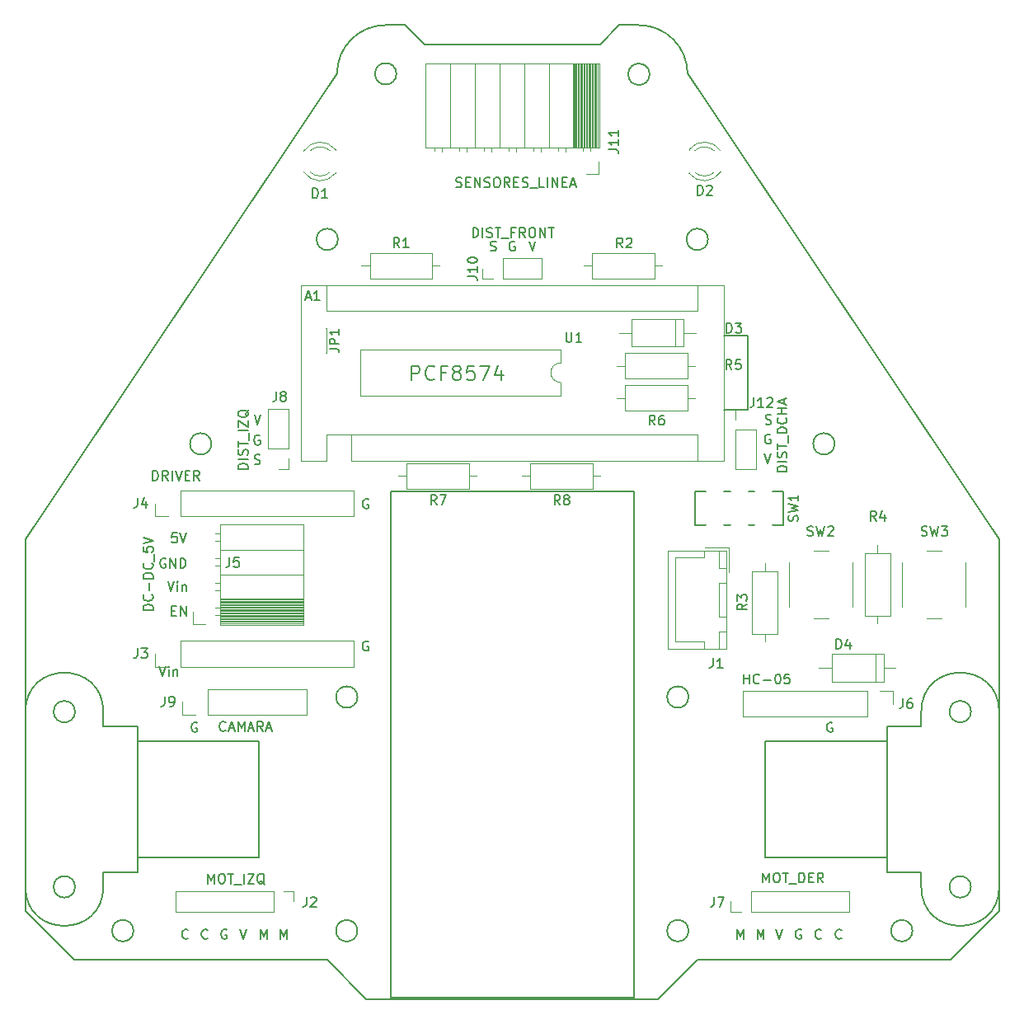
<source format=gto>
G04 #@! TF.FileFunction,Legend,Top*
%FSLAX46Y46*%
G04 Gerber Fmt 4.6, Leading zero omitted, Abs format (unit mm)*
G04 Created by KiCad (PCBNEW 4.0.7) date 01/20/18 23:10:14*
%MOMM*%
%LPD*%
G01*
G04 APERTURE LIST*
%ADD10C,0.100000*%
%ADD11C,0.200000*%
%ADD12C,0.150000*%
%ADD13C,0.120000*%
%ADD14R,2.000000X2.000000*%
%ADD15O,2.000000X2.000000*%
%ADD16R,2.100000X2.100000*%
%ADD17O,2.100000X2.100000*%
%ADD18R,2.200000X2.200000*%
%ADD19C,2.200000*%
%ADD20O,2.200000X2.200000*%
%ADD21R,2.150000X2.150000*%
%ADD22C,2.150000*%
%ADD23R,1.670000X1.370000*%
%ADD24C,2.000000*%
%ADD25C,1.800000*%
%ADD26R,2.000000X2.800000*%
%ADD27O,2.000000X2.800000*%
%ADD28C,2.400000*%
%ADD29R,1.750000X1.750000*%
%ADD30O,1.750000X1.750000*%
G04 APERTURE END LIST*
D10*
D11*
X39657144Y63521429D02*
X39657144Y65021429D01*
X40228572Y65021429D01*
X40371430Y64950000D01*
X40442858Y64878571D01*
X40514287Y64735714D01*
X40514287Y64521429D01*
X40442858Y64378571D01*
X40371430Y64307143D01*
X40228572Y64235714D01*
X39657144Y64235714D01*
X42014287Y63664286D02*
X41942858Y63592857D01*
X41728572Y63521429D01*
X41585715Y63521429D01*
X41371430Y63592857D01*
X41228572Y63735714D01*
X41157144Y63878571D01*
X41085715Y64164286D01*
X41085715Y64378571D01*
X41157144Y64664286D01*
X41228572Y64807143D01*
X41371430Y64950000D01*
X41585715Y65021429D01*
X41728572Y65021429D01*
X41942858Y64950000D01*
X42014287Y64878571D01*
X43157144Y64307143D02*
X42657144Y64307143D01*
X42657144Y63521429D02*
X42657144Y65021429D01*
X43371430Y65021429D01*
X44157144Y64378571D02*
X44014286Y64450000D01*
X43942858Y64521429D01*
X43871429Y64664286D01*
X43871429Y64735714D01*
X43942858Y64878571D01*
X44014286Y64950000D01*
X44157144Y65021429D01*
X44442858Y65021429D01*
X44585715Y64950000D01*
X44657144Y64878571D01*
X44728572Y64735714D01*
X44728572Y64664286D01*
X44657144Y64521429D01*
X44585715Y64450000D01*
X44442858Y64378571D01*
X44157144Y64378571D01*
X44014286Y64307143D01*
X43942858Y64235714D01*
X43871429Y64092857D01*
X43871429Y63807143D01*
X43942858Y63664286D01*
X44014286Y63592857D01*
X44157144Y63521429D01*
X44442858Y63521429D01*
X44585715Y63592857D01*
X44657144Y63664286D01*
X44728572Y63807143D01*
X44728572Y64092857D01*
X44657144Y64235714D01*
X44585715Y64307143D01*
X44442858Y64378571D01*
X46085715Y65021429D02*
X45371429Y65021429D01*
X45300000Y64307143D01*
X45371429Y64378571D01*
X45514286Y64450000D01*
X45871429Y64450000D01*
X46014286Y64378571D01*
X46085715Y64307143D01*
X46157143Y64164286D01*
X46157143Y63807143D01*
X46085715Y63664286D01*
X46014286Y63592857D01*
X45871429Y63521429D01*
X45514286Y63521429D01*
X45371429Y63592857D01*
X45300000Y63664286D01*
X46657143Y65021429D02*
X47657143Y65021429D01*
X47014286Y63521429D01*
X48871428Y64521429D02*
X48871428Y63521429D01*
X48514285Y65092857D02*
X48157142Y64021429D01*
X49085714Y64021429D01*
D12*
X61000000Y100000000D02*
X63000000Y100000000D01*
X37000000Y100000000D02*
X39000000Y100000000D01*
X59000000Y98000000D02*
X61000000Y100000000D01*
X41000000Y98000000D02*
X59000000Y98000000D01*
X39000000Y100000000D02*
X41000000Y98000000D01*
X100000000Y47200000D02*
X68000000Y95000000D01*
X68000000Y95000000D02*
G75*
G03X63000000Y100000000I-5000000J0D01*
G01*
X32000000Y95000000D02*
X0Y47200000D01*
X37000000Y100000000D02*
G75*
G03X32000000Y95000000I0J-5000000D01*
G01*
X83100000Y57000000D02*
G75*
G03X83100000Y57000000I-1100000J0D01*
G01*
X19100000Y57000000D02*
G75*
G03X19100000Y57000000I-1100000J0D01*
G01*
X70100000Y78000000D02*
G75*
G03X70100000Y78000000I-1100000J0D01*
G01*
X32100000Y78000000D02*
G75*
G03X32100000Y78000000I-1100000J0D01*
G01*
X74150000Y60500000D02*
X71750000Y60500000D01*
X74150000Y68100000D02*
X74150000Y60500000D01*
X71750000Y68100000D02*
X74150000Y68100000D01*
D11*
X13069048Y53247619D02*
X13069048Y54247619D01*
X13307143Y54247619D01*
X13450001Y54200000D01*
X13545239Y54104762D01*
X13592858Y54009524D01*
X13640477Y53819048D01*
X13640477Y53676190D01*
X13592858Y53485714D01*
X13545239Y53390476D01*
X13450001Y53295238D01*
X13307143Y53247619D01*
X13069048Y53247619D01*
X14640477Y53247619D02*
X14307143Y53723810D01*
X14069048Y53247619D02*
X14069048Y54247619D01*
X14450001Y54247619D01*
X14545239Y54200000D01*
X14592858Y54152381D01*
X14640477Y54057143D01*
X14640477Y53914286D01*
X14592858Y53819048D01*
X14545239Y53771429D01*
X14450001Y53723810D01*
X14069048Y53723810D01*
X15069048Y53247619D02*
X15069048Y54247619D01*
X15402381Y54247619D02*
X15735714Y53247619D01*
X16069048Y54247619D01*
X16402381Y53771429D02*
X16735715Y53771429D01*
X16878572Y53247619D02*
X16402381Y53247619D01*
X16402381Y54247619D01*
X16878572Y54247619D01*
X17878572Y53247619D02*
X17545238Y53723810D01*
X17307143Y53247619D02*
X17307143Y54247619D01*
X17688096Y54247619D01*
X17783334Y54200000D01*
X17830953Y54152381D01*
X17878572Y54057143D01*
X17878572Y53914286D01*
X17830953Y53819048D01*
X17783334Y53771429D01*
X17688096Y53723810D01*
X17307143Y53723810D01*
X47764286Y76845238D02*
X47907143Y76797619D01*
X48145239Y76797619D01*
X48240477Y76845238D01*
X48288096Y76892857D01*
X48335715Y76988095D01*
X48335715Y77083333D01*
X48288096Y77178571D01*
X48240477Y77226190D01*
X48145239Y77273810D01*
X47954762Y77321429D01*
X47859524Y77369048D01*
X47811905Y77416667D01*
X47764286Y77511905D01*
X47764286Y77607143D01*
X47811905Y77702381D01*
X47859524Y77750000D01*
X47954762Y77797619D01*
X48192858Y77797619D01*
X48335715Y77750000D01*
X50261905Y77750000D02*
X50166667Y77797619D01*
X50023810Y77797619D01*
X49880952Y77750000D01*
X49785714Y77654762D01*
X49738095Y77559524D01*
X49690476Y77369048D01*
X49690476Y77226190D01*
X49738095Y77035714D01*
X49785714Y76940476D01*
X49880952Y76845238D01*
X50023810Y76797619D01*
X50119048Y76797619D01*
X50261905Y76845238D01*
X50309524Y76892857D01*
X50309524Y77226190D01*
X50119048Y77226190D01*
X51716667Y77797619D02*
X52050000Y76797619D01*
X52383334Y77797619D01*
X75916667Y55997619D02*
X76250000Y54997619D01*
X76583334Y55997619D01*
X76511905Y57950000D02*
X76416667Y57997619D01*
X76273810Y57997619D01*
X76130952Y57950000D01*
X76035714Y57854762D01*
X75988095Y57759524D01*
X75940476Y57569048D01*
X75940476Y57426190D01*
X75988095Y57235714D01*
X76035714Y57140476D01*
X76130952Y57045238D01*
X76273810Y56997619D01*
X76369048Y56997619D01*
X76511905Y57045238D01*
X76559524Y57092857D01*
X76559524Y57426190D01*
X76369048Y57426190D01*
X76014286Y59045238D02*
X76157143Y58997619D01*
X76395239Y58997619D01*
X76490477Y59045238D01*
X76538096Y59092857D01*
X76585715Y59188095D01*
X76585715Y59283333D01*
X76538096Y59378571D01*
X76490477Y59426190D01*
X76395239Y59473810D01*
X76204762Y59521429D01*
X76109524Y59569048D01*
X76061905Y59616667D01*
X76014286Y59711905D01*
X76014286Y59807143D01*
X76061905Y59902381D01*
X76109524Y59950000D01*
X76204762Y59997619D01*
X76442858Y59997619D01*
X76585715Y59950000D01*
X23514286Y54945238D02*
X23657143Y54897619D01*
X23895239Y54897619D01*
X23990477Y54945238D01*
X24038096Y54992857D01*
X24085715Y55088095D01*
X24085715Y55183333D01*
X24038096Y55278571D01*
X23990477Y55326190D01*
X23895239Y55373810D01*
X23704762Y55421429D01*
X23609524Y55469048D01*
X23561905Y55516667D01*
X23514286Y55611905D01*
X23514286Y55707143D01*
X23561905Y55802381D01*
X23609524Y55850000D01*
X23704762Y55897619D01*
X23942858Y55897619D01*
X24085715Y55850000D01*
X23516667Y59997619D02*
X23850000Y58997619D01*
X24183334Y59997619D01*
X24061905Y57850000D02*
X23966667Y57897619D01*
X23823810Y57897619D01*
X23680952Y57850000D01*
X23585714Y57754762D01*
X23538095Y57659524D01*
X23490476Y57469048D01*
X23490476Y57326190D01*
X23538095Y57135714D01*
X23585714Y57040476D01*
X23680952Y56945238D01*
X23823810Y56897619D01*
X23919048Y56897619D01*
X24061905Y56945238D01*
X24109524Y56992857D01*
X24109524Y57326190D01*
X23919048Y57326190D01*
X82861905Y28350000D02*
X82766667Y28397619D01*
X82623810Y28397619D01*
X82480952Y28350000D01*
X82385714Y28254762D01*
X82338095Y28159524D01*
X82290476Y27969048D01*
X82290476Y27826190D01*
X82338095Y27635714D01*
X82385714Y27540476D01*
X82480952Y27445238D01*
X82623810Y27397619D01*
X82719048Y27397619D01*
X82861905Y27445238D01*
X82909524Y27492857D01*
X82909524Y27826190D01*
X82719048Y27826190D01*
X17611905Y28350000D02*
X17516667Y28397619D01*
X17373810Y28397619D01*
X17230952Y28350000D01*
X17135714Y28254762D01*
X17088095Y28159524D01*
X17040476Y27969048D01*
X17040476Y27826190D01*
X17088095Y27635714D01*
X17135714Y27540476D01*
X17230952Y27445238D01*
X17373810Y27397619D01*
X17469048Y27397619D01*
X17611905Y27445238D01*
X17659524Y27492857D01*
X17659524Y27826190D01*
X17469048Y27826190D01*
X13726191Y34147619D02*
X14059524Y33147619D01*
X14392858Y34147619D01*
X14726191Y33147619D02*
X14726191Y33814286D01*
X14726191Y34147619D02*
X14678572Y34100000D01*
X14726191Y34052381D01*
X14773810Y34100000D01*
X14726191Y34147619D01*
X14726191Y34052381D01*
X15202381Y33814286D02*
X15202381Y33147619D01*
X15202381Y33719048D02*
X15250000Y33766667D01*
X15345238Y33814286D01*
X15488096Y33814286D01*
X15583334Y33766667D01*
X15630953Y33671429D01*
X15630953Y33147619D01*
X35211905Y36700000D02*
X35116667Y36747619D01*
X34973810Y36747619D01*
X34830952Y36700000D01*
X34735714Y36604762D01*
X34688095Y36509524D01*
X34640476Y36319048D01*
X34640476Y36176190D01*
X34688095Y35985714D01*
X34735714Y35890476D01*
X34830952Y35795238D01*
X34973810Y35747619D01*
X35069048Y35747619D01*
X35211905Y35795238D01*
X35259524Y35842857D01*
X35259524Y36176190D01*
X35069048Y36176190D01*
X35211905Y51300000D02*
X35116667Y51347619D01*
X34973810Y51347619D01*
X34830952Y51300000D01*
X34735714Y51204762D01*
X34688095Y51109524D01*
X34640476Y50919048D01*
X34640476Y50776190D01*
X34688095Y50585714D01*
X34735714Y50490476D01*
X34830952Y50395238D01*
X34973810Y50347619D01*
X35069048Y50347619D01*
X35211905Y50395238D01*
X35259524Y50442857D01*
X35259524Y50776190D01*
X35069048Y50776190D01*
X15011905Y39871429D02*
X15345239Y39871429D01*
X15488096Y39347619D02*
X15011905Y39347619D01*
X15011905Y40347619D01*
X15488096Y40347619D01*
X15916667Y39347619D02*
X15916667Y40347619D01*
X16488096Y39347619D01*
X16488096Y40347619D01*
X14626191Y42847619D02*
X14959524Y41847619D01*
X15292858Y42847619D01*
X15626191Y41847619D02*
X15626191Y42514286D01*
X15626191Y42847619D02*
X15578572Y42800000D01*
X15626191Y42752381D01*
X15673810Y42800000D01*
X15626191Y42847619D01*
X15626191Y42752381D01*
X16102381Y42514286D02*
X16102381Y41847619D01*
X16102381Y42419048D02*
X16150000Y42466667D01*
X16245238Y42514286D01*
X16388096Y42514286D01*
X16483334Y42466667D01*
X16530953Y42371429D01*
X16530953Y41847619D01*
X15559524Y47847619D02*
X15083333Y47847619D01*
X15035714Y47371429D01*
X15083333Y47419048D01*
X15178571Y47466667D01*
X15416667Y47466667D01*
X15511905Y47419048D01*
X15559524Y47371429D01*
X15607143Y47276190D01*
X15607143Y47038095D01*
X15559524Y46942857D01*
X15511905Y46895238D01*
X15416667Y46847619D01*
X15178571Y46847619D01*
X15083333Y46895238D01*
X15035714Y46942857D01*
X15892857Y47847619D02*
X16226190Y46847619D01*
X16559524Y47847619D01*
X14388096Y45200000D02*
X14292858Y45247619D01*
X14150001Y45247619D01*
X14007143Y45200000D01*
X13911905Y45104762D01*
X13864286Y45009524D01*
X13816667Y44819048D01*
X13816667Y44676190D01*
X13864286Y44485714D01*
X13911905Y44390476D01*
X14007143Y44295238D01*
X14150001Y44247619D01*
X14245239Y44247619D01*
X14388096Y44295238D01*
X14435715Y44342857D01*
X14435715Y44676190D01*
X14245239Y44676190D01*
X14864286Y44247619D02*
X14864286Y45247619D01*
X15435715Y44247619D01*
X15435715Y45247619D01*
X15911905Y44247619D02*
X15911905Y45247619D01*
X16150000Y45247619D01*
X16292858Y45200000D01*
X16388096Y45104762D01*
X16435715Y45009524D01*
X16483334Y44819048D01*
X16483334Y44676190D01*
X16435715Y44485714D01*
X16388096Y44390476D01*
X16292858Y44295238D01*
X16150000Y44247619D01*
X15911905Y44247619D01*
X79661905Y7100000D02*
X79566667Y7147619D01*
X79423810Y7147619D01*
X79280952Y7100000D01*
X79185714Y7004762D01*
X79138095Y6909524D01*
X79090476Y6719048D01*
X79090476Y6576190D01*
X79138095Y6385714D01*
X79185714Y6290476D01*
X79280952Y6195238D01*
X79423810Y6147619D01*
X79519048Y6147619D01*
X79661905Y6195238D01*
X79709524Y6242857D01*
X79709524Y6576190D01*
X79519048Y6576190D01*
X81709524Y6242857D02*
X81661905Y6195238D01*
X81519048Y6147619D01*
X81423810Y6147619D01*
X81280952Y6195238D01*
X81185714Y6290476D01*
X81138095Y6385714D01*
X81090476Y6576190D01*
X81090476Y6719048D01*
X81138095Y6909524D01*
X81185714Y7004762D01*
X81280952Y7100000D01*
X81423810Y7147619D01*
X81519048Y7147619D01*
X81661905Y7100000D01*
X81709524Y7052381D01*
X83809524Y6242857D02*
X83761905Y6195238D01*
X83619048Y6147619D01*
X83523810Y6147619D01*
X83380952Y6195238D01*
X83285714Y6290476D01*
X83238095Y6385714D01*
X83190476Y6576190D01*
X83190476Y6719048D01*
X83238095Y6909524D01*
X83285714Y7004762D01*
X83380952Y7100000D01*
X83523810Y7147619D01*
X83619048Y7147619D01*
X83761905Y7100000D01*
X83809524Y7052381D01*
X77066667Y7147619D02*
X77400000Y6147619D01*
X77733334Y7147619D01*
X75166667Y6147619D02*
X75166667Y7147619D01*
X75500001Y6433333D01*
X75833334Y7147619D01*
X75833334Y6147619D01*
X73066667Y6147619D02*
X73066667Y7147619D01*
X73400001Y6433333D01*
X73733334Y7147619D01*
X73733334Y6147619D01*
X18709524Y6242857D02*
X18661905Y6195238D01*
X18519048Y6147619D01*
X18423810Y6147619D01*
X18280952Y6195238D01*
X18185714Y6290476D01*
X18138095Y6385714D01*
X18090476Y6576190D01*
X18090476Y6719048D01*
X18138095Y6909524D01*
X18185714Y7004762D01*
X18280952Y7100000D01*
X18423810Y7147619D01*
X18519048Y7147619D01*
X18661905Y7100000D01*
X18709524Y7052381D01*
X20661905Y7100000D02*
X20566667Y7147619D01*
X20423810Y7147619D01*
X20280952Y7100000D01*
X20185714Y7004762D01*
X20138095Y6909524D01*
X20090476Y6719048D01*
X20090476Y6576190D01*
X20138095Y6385714D01*
X20185714Y6290476D01*
X20280952Y6195238D01*
X20423810Y6147619D01*
X20519048Y6147619D01*
X20661905Y6195238D01*
X20709524Y6242857D01*
X20709524Y6576190D01*
X20519048Y6576190D01*
X16709524Y6242857D02*
X16661905Y6195238D01*
X16519048Y6147619D01*
X16423810Y6147619D01*
X16280952Y6195238D01*
X16185714Y6290476D01*
X16138095Y6385714D01*
X16090476Y6576190D01*
X16090476Y6719048D01*
X16138095Y6909524D01*
X16185714Y7004762D01*
X16280952Y7100000D01*
X16423810Y7147619D01*
X16519048Y7147619D01*
X16661905Y7100000D01*
X16709524Y7052381D01*
X22066667Y7147619D02*
X22400000Y6147619D01*
X22733334Y7147619D01*
X26166667Y6147619D02*
X26166667Y7147619D01*
X26500001Y6433333D01*
X26833334Y7147619D01*
X26833334Y6147619D01*
X24166667Y6147619D02*
X24166667Y7147619D01*
X24500001Y6433333D01*
X24833334Y7147619D01*
X24833334Y6147619D01*
D12*
X64100000Y94950000D02*
G75*
G03X64100000Y94950000I-1100000J0D01*
G01*
X38100000Y95000000D02*
G75*
G03X38100000Y95000000I-1100000J0D01*
G01*
X34100000Y31000000D02*
G75*
G03X34100000Y31000000I-1100000J0D01*
G01*
X68100000Y31000000D02*
G75*
G03X68100000Y31000000I-1100000J0D01*
G01*
X68100000Y7000000D02*
G75*
G03X68100000Y7000000I-1100000J0D01*
G01*
X34100000Y7000000D02*
G75*
G03X34100000Y7000000I-1100000J0D01*
G01*
X91100000Y7000000D02*
G75*
G03X91100000Y7000000I-1100000J0D01*
G01*
X11100000Y7000000D02*
G75*
G03X11100000Y7000000I-1100000J0D01*
G01*
X95000000Y4000000D02*
X100000000Y9000000D01*
X69000000Y4000000D02*
X95000000Y4000000D01*
X65000000Y0D02*
X69000000Y4000000D01*
X35000000Y0D02*
X65000000Y0D01*
X5000000Y4000000D02*
X0Y9000000D01*
X31000000Y4000000D02*
X5000000Y4000000D01*
X35000000Y0D02*
X31000000Y4000000D01*
D11*
X37500000Y52100000D02*
X37500000Y100000D01*
X62500000Y52100000D02*
X37500000Y52100000D01*
X62500000Y100000D02*
X62500000Y52100000D01*
X37500000Y100000D02*
X62500000Y100000D01*
X76000000Y14500000D02*
X88500000Y14500000D01*
X76000000Y26500000D02*
X76000000Y14500000D01*
X88500000Y26500000D02*
X76000000Y26500000D01*
X24000000Y14500000D02*
X11500000Y14500000D01*
X24000000Y26500000D02*
X24000000Y14500000D01*
X11500000Y26500000D02*
X24000000Y26500000D01*
X92000000Y28000000D02*
X92000000Y29500000D01*
X88500000Y28000000D02*
X92000000Y28000000D01*
X88500000Y13000000D02*
X88500000Y28000000D01*
X92000000Y13000000D02*
X88500000Y13000000D01*
X92000000Y11500000D02*
X92000000Y13000000D01*
X92000000Y11500000D02*
G75*
G03X100000000Y11500000I4000000J0D01*
G01*
X100000000Y29500000D02*
G75*
G03X92000000Y29500000I-4000000J0D01*
G01*
X8000000Y28000000D02*
X8000000Y29500000D01*
X11500000Y28000000D02*
X8000000Y28000000D01*
X11500000Y13000000D02*
X11500000Y28000000D01*
X8000000Y13000000D02*
X11500000Y13000000D01*
X8000000Y11500000D02*
X8000000Y13000000D01*
X0Y11500000D02*
G75*
G03X8000000Y11500000I4000000J0D01*
G01*
X8000000Y29500000D02*
G75*
G03X0Y29500000I-4000000J0D01*
G01*
D12*
X97100000Y29500000D02*
G75*
G03X97100000Y29500000I-1100000J0D01*
G01*
X97100000Y11500000D02*
G75*
G03X97100000Y11500000I-1100000J0D01*
G01*
X5100000Y11500000D02*
G75*
G03X5100000Y11500000I-1100000J0D01*
G01*
X5100000Y29500000D02*
G75*
G03X5100000Y29500000I-1100000J0D01*
G01*
X0Y47200000D02*
X0Y9000000D01*
X100000000Y9000000D02*
X100000000Y47200000D01*
D13*
X33490000Y57930000D02*
X30950000Y57930000D01*
X30950000Y57930000D02*
X30950000Y55260000D01*
X33490000Y55260000D02*
X71720000Y55260000D01*
X28280000Y55260000D02*
X30950000Y55260000D01*
X30950000Y70630000D02*
X30950000Y73300000D01*
X30950000Y70630000D02*
X69050000Y70630000D01*
X69050000Y70630000D02*
X69050000Y73300000D01*
X33490000Y57930000D02*
X33490000Y55260000D01*
X33490000Y57930000D02*
X69050000Y57930000D01*
X69050000Y57930000D02*
X69050000Y55260000D01*
X71720000Y55260000D02*
X71720000Y73300000D01*
X71720000Y73300000D02*
X28280000Y73300000D01*
X28280000Y73300000D02*
X28280000Y55260000D01*
X15905931Y34100000D02*
X33745931Y34100000D01*
X33745931Y34100000D02*
X33745931Y36760000D01*
X33745931Y36760000D02*
X15905931Y36760000D01*
X15905931Y36760000D02*
X15905931Y34100000D01*
X14635931Y34100000D02*
X13305931Y34100000D01*
X13305931Y34100000D02*
X13305931Y35430000D01*
X28597665Y84921392D02*
G75*
G03X31830000Y84764484I1672335J1078608D01*
G01*
X28597665Y87078608D02*
G75*
G02X31830000Y87235516I1672335J-1078608D01*
G01*
X29228870Y84920163D02*
G75*
G03X31310961Y84920000I1041130J1079837D01*
G01*
X29228870Y87079837D02*
G75*
G02X31310961Y87080000I1041130J-1079837D01*
G01*
X31830000Y84764000D02*
X31830000Y84920000D01*
X31830000Y87080000D02*
X31830000Y87236000D01*
X71402335Y87078608D02*
G75*
G03X68170000Y87235516I-1672335J-1078608D01*
G01*
X71402335Y84921392D02*
G75*
G02X68170000Y84764484I-1672335J1078608D01*
G01*
X70771130Y87079837D02*
G75*
G03X68689039Y87080000I-1041130J-1079837D01*
G01*
X70771130Y84920163D02*
G75*
G02X68689039Y84920000I-1041130J1079837D01*
G01*
X68170000Y87236000D02*
X68170000Y87080000D01*
X68170000Y84920000D02*
X68170000Y84764000D01*
X67580000Y66990000D02*
X67580000Y69810000D01*
X67580000Y69810000D02*
X62260000Y69810000D01*
X62260000Y69810000D02*
X62260000Y66990000D01*
X62260000Y66990000D02*
X67580000Y66990000D01*
X68920000Y68400000D02*
X67580000Y68400000D01*
X60920000Y68400000D02*
X62260000Y68400000D01*
X66740000Y66990000D02*
X66740000Y69810000D01*
X71950000Y46050000D02*
X66000000Y46050000D01*
X66000000Y46050000D02*
X66000000Y35950000D01*
X66000000Y35950000D02*
X71950000Y35950000D01*
X71950000Y35950000D02*
X71950000Y46050000D01*
X71950000Y42750000D02*
X71200000Y42750000D01*
X71200000Y42750000D02*
X71200000Y39250000D01*
X71200000Y39250000D02*
X71950000Y39250000D01*
X71950000Y39250000D02*
X71950000Y42750000D01*
X71950000Y46050000D02*
X71200000Y46050000D01*
X71200000Y46050000D02*
X71200000Y44250000D01*
X71200000Y44250000D02*
X71950000Y44250000D01*
X71950000Y44250000D02*
X71950000Y46050000D01*
X71950000Y37750000D02*
X71200000Y37750000D01*
X71200000Y37750000D02*
X71200000Y35950000D01*
X71200000Y35950000D02*
X71950000Y35950000D01*
X71950000Y35950000D02*
X71950000Y37750000D01*
X69700000Y46050000D02*
X69700000Y45300000D01*
X69700000Y45300000D02*
X66750000Y45300000D01*
X66750000Y45300000D02*
X66750000Y41000000D01*
X69700000Y35950000D02*
X69700000Y36700000D01*
X69700000Y36700000D02*
X66750000Y36700000D01*
X66750000Y36700000D02*
X66750000Y41000000D01*
X72250000Y43850000D02*
X72250000Y46350000D01*
X72250000Y46350000D02*
X69750000Y46350000D01*
X29110000Y68870000D02*
X29110000Y66330000D01*
X30890000Y66330000D02*
X30890000Y68870000D01*
X30890000Y66330000D02*
X29110000Y66330000D01*
X29110000Y68870000D02*
X30890000Y68870000D01*
X35370000Y76610000D02*
X35370000Y73990000D01*
X35370000Y73990000D02*
X41790000Y73990000D01*
X41790000Y73990000D02*
X41790000Y76610000D01*
X41790000Y76610000D02*
X35370000Y76610000D01*
X34480000Y75300000D02*
X35370000Y75300000D01*
X42680000Y75300000D02*
X41790000Y75300000D01*
X64630000Y73990000D02*
X64630000Y76610000D01*
X64630000Y76610000D02*
X58210000Y76610000D01*
X58210000Y76610000D02*
X58210000Y73990000D01*
X58210000Y73990000D02*
X64630000Y73990000D01*
X65520000Y75300000D02*
X64630000Y75300000D01*
X57320000Y75300000D02*
X58210000Y75300000D01*
X74640000Y37510000D02*
X77260000Y37510000D01*
X77260000Y37510000D02*
X77260000Y43930000D01*
X77260000Y43930000D02*
X74640000Y43930000D01*
X74640000Y43930000D02*
X74640000Y37510000D01*
X75950000Y36620000D02*
X75950000Y37510000D01*
X75950000Y44820000D02*
X75950000Y43930000D01*
X86190000Y39370000D02*
X88810000Y39370000D01*
X88810000Y39370000D02*
X88810000Y45790000D01*
X88810000Y45790000D02*
X86190000Y45790000D01*
X86190000Y45790000D02*
X86190000Y39370000D01*
X87500000Y38480000D02*
X87500000Y39370000D01*
X87500000Y46680000D02*
X87500000Y45790000D01*
X61610000Y66310000D02*
X61610000Y63690000D01*
X61610000Y63690000D02*
X68030000Y63690000D01*
X68030000Y63690000D02*
X68030000Y66310000D01*
X68030000Y66310000D02*
X61610000Y66310000D01*
X60720000Y65000000D02*
X61610000Y65000000D01*
X68920000Y65000000D02*
X68030000Y65000000D01*
X68030000Y60390000D02*
X68030000Y63010000D01*
X68030000Y63010000D02*
X61610000Y63010000D01*
X61610000Y63010000D02*
X61610000Y60390000D01*
X61610000Y60390000D02*
X68030000Y60390000D01*
X68920000Y61700000D02*
X68030000Y61700000D01*
X60720000Y61700000D02*
X61610000Y61700000D01*
D11*
X77800000Y48650000D02*
X68800000Y48650000D01*
X68800000Y48650000D02*
X68800000Y52150000D01*
X68800000Y52150000D02*
X77800000Y52150000D01*
X77800000Y52150000D02*
X77800000Y48650000D01*
D13*
X54970000Y65310000D02*
X54970000Y66680000D01*
X54970000Y66680000D02*
X34410000Y66680000D01*
X34410000Y66680000D02*
X34410000Y61940000D01*
X34410000Y61940000D02*
X54970000Y61940000D01*
X54970000Y61940000D02*
X54970000Y63310000D01*
X54970000Y63310000D02*
G75*
G02X54970000Y65310000I0J1000000D01*
G01*
X84950000Y40300000D02*
X84950000Y44800000D01*
X80950000Y39050000D02*
X82450000Y39050000D01*
X78450000Y44800000D02*
X78450000Y40300000D01*
X82450000Y46050000D02*
X80950000Y46050000D01*
X96550000Y40300000D02*
X96550000Y44800000D01*
X92550000Y39050000D02*
X94050000Y39050000D01*
X90050000Y44800000D02*
X90050000Y40300000D01*
X94050000Y46050000D02*
X92550000Y46050000D01*
X15905931Y49550839D02*
X33745931Y49550839D01*
X33745931Y49550839D02*
X33745931Y52210839D01*
X33745931Y52210839D02*
X15905931Y52210839D01*
X15905931Y52210839D02*
X15905931Y49550839D01*
X14635931Y49550839D02*
X13305931Y49550839D01*
X13305931Y49550839D02*
X13305931Y50880839D01*
X19960000Y38430000D02*
X19960000Y41030000D01*
X19960000Y41030000D02*
X28590000Y41030000D01*
X28590000Y41030000D02*
X28590000Y38430000D01*
X28590000Y38430000D02*
X19960000Y38430000D01*
X19530000Y39380000D02*
X19960000Y39380000D01*
X19530000Y40140000D02*
X19960000Y40140000D01*
X19960000Y38610000D02*
X28590000Y38610000D01*
X19960000Y38730000D02*
X28590000Y38730000D01*
X19960000Y38850000D02*
X28590000Y38850000D01*
X19960000Y38970000D02*
X28590000Y38970000D01*
X19960000Y39090000D02*
X28590000Y39090000D01*
X19960000Y39210000D02*
X28590000Y39210000D01*
X19960000Y39330000D02*
X28590000Y39330000D01*
X19960000Y39450000D02*
X28590000Y39450000D01*
X19960000Y39570000D02*
X28590000Y39570000D01*
X19960000Y39690000D02*
X28590000Y39690000D01*
X19960000Y39810000D02*
X28590000Y39810000D01*
X19960000Y39930000D02*
X28590000Y39930000D01*
X19960000Y40050000D02*
X28590000Y40050000D01*
X19960000Y40170000D02*
X28590000Y40170000D01*
X19960000Y40290000D02*
X28590000Y40290000D01*
X19960000Y40410000D02*
X28590000Y40410000D01*
X19960000Y40530000D02*
X28590000Y40530000D01*
X19960000Y40650000D02*
X28590000Y40650000D01*
X19960000Y40770000D02*
X28590000Y40770000D01*
X19960000Y40890000D02*
X28590000Y40890000D01*
X19960000Y41010000D02*
X28590000Y41010000D01*
X19960000Y41130000D02*
X28590000Y41130000D01*
X19960000Y41030000D02*
X19960000Y43570000D01*
X19960000Y43570000D02*
X28590000Y43570000D01*
X28590000Y43570000D02*
X28590000Y41030000D01*
X28590000Y41030000D02*
X19960000Y41030000D01*
X19530000Y41920000D02*
X19960000Y41920000D01*
X19530000Y42680000D02*
X19960000Y42680000D01*
X19960000Y43570000D02*
X19960000Y46110000D01*
X19960000Y46110000D02*
X28590000Y46110000D01*
X28590000Y46110000D02*
X28590000Y43570000D01*
X28590000Y43570000D02*
X19960000Y43570000D01*
X19530000Y44460000D02*
X19960000Y44460000D01*
X19530000Y45220000D02*
X19960000Y45220000D01*
X19960000Y46110000D02*
X19960000Y48710000D01*
X19960000Y48710000D02*
X28590000Y48710000D01*
X28590000Y48710000D02*
X28590000Y46110000D01*
X28590000Y46110000D02*
X19960000Y46110000D01*
X19530000Y47000000D02*
X19960000Y47000000D01*
X19530000Y47760000D02*
X19960000Y47760000D01*
X18500000Y38490000D02*
X17230000Y38490000D01*
X17230000Y38490000D02*
X17230000Y39760000D01*
X86470000Y31630000D02*
X73710000Y31630000D01*
X73710000Y31630000D02*
X73710000Y28970000D01*
X73710000Y28970000D02*
X86470000Y28970000D01*
X86470000Y28970000D02*
X86470000Y31630000D01*
X87740000Y31630000D02*
X89070000Y31630000D01*
X89070000Y31630000D02*
X89070000Y30300000D01*
X18690000Y29170000D02*
X28910000Y29170000D01*
X28910000Y29170000D02*
X28910000Y31830000D01*
X28910000Y31830000D02*
X18690000Y31830000D01*
X18690000Y31830000D02*
X18690000Y29170000D01*
X17420000Y29170000D02*
X16090000Y29170000D01*
X16090000Y29170000D02*
X16090000Y30500000D01*
X25500000Y11060000D02*
X15440000Y11060000D01*
X15440000Y11060000D02*
X15440000Y8940000D01*
X15440000Y8940000D02*
X25500000Y8940000D01*
X25500000Y8940000D02*
X25500000Y11060000D01*
X26500000Y11060000D02*
X27560000Y11060000D01*
X27560000Y11060000D02*
X27560000Y10000000D01*
X74500000Y8940000D02*
X84560000Y8940000D01*
X84560000Y8940000D02*
X84560000Y11060000D01*
X84560000Y11060000D02*
X74500000Y11060000D01*
X74500000Y11060000D02*
X74500000Y8940000D01*
X73500000Y8940000D02*
X72440000Y8940000D01*
X72440000Y8940000D02*
X72440000Y10000000D01*
X27060000Y56500000D02*
X27060000Y60560000D01*
X27060000Y60560000D02*
X24940000Y60560000D01*
X24940000Y60560000D02*
X24940000Y56500000D01*
X24940000Y56500000D02*
X27060000Y56500000D01*
X27060000Y55500000D02*
X27060000Y54440000D01*
X27060000Y54440000D02*
X26000000Y54440000D01*
X49000000Y73940000D02*
X53060000Y73940000D01*
X53060000Y73940000D02*
X53060000Y76060000D01*
X53060000Y76060000D02*
X49000000Y76060000D01*
X49000000Y76060000D02*
X49000000Y73940000D01*
X48000000Y73940000D02*
X46940000Y73940000D01*
X46940000Y73940000D02*
X46940000Y75000000D01*
X72940000Y58500000D02*
X72940000Y54440000D01*
X72940000Y54440000D02*
X75060000Y54440000D01*
X75060000Y54440000D02*
X75060000Y58500000D01*
X75060000Y58500000D02*
X72940000Y58500000D01*
X72940000Y59500000D02*
X72940000Y60560000D01*
X72940000Y60560000D02*
X74000000Y60560000D01*
X58950000Y87460000D02*
X56350000Y87460000D01*
X56350000Y87460000D02*
X56350000Y96090000D01*
X56350000Y96090000D02*
X58950000Y96090000D01*
X58950000Y96090000D02*
X58950000Y87460000D01*
X58000000Y87030000D02*
X58000000Y87460000D01*
X57240000Y87030000D02*
X57240000Y87460000D01*
X58770000Y87460000D02*
X58770000Y96090000D01*
X58650000Y87460000D02*
X58650000Y96090000D01*
X58530000Y87460000D02*
X58530000Y96090000D01*
X58410000Y87460000D02*
X58410000Y96090000D01*
X58290000Y87460000D02*
X58290000Y96090000D01*
X58170000Y87460000D02*
X58170000Y96090000D01*
X58050000Y87460000D02*
X58050000Y96090000D01*
X57930000Y87460000D02*
X57930000Y96090000D01*
X57810000Y87460000D02*
X57810000Y96090000D01*
X57690000Y87460000D02*
X57690000Y96090000D01*
X57570000Y87460000D02*
X57570000Y96090000D01*
X57450000Y87460000D02*
X57450000Y96090000D01*
X57330000Y87460000D02*
X57330000Y96090000D01*
X57210000Y87460000D02*
X57210000Y96090000D01*
X57090000Y87460000D02*
X57090000Y96090000D01*
X56970000Y87460000D02*
X56970000Y96090000D01*
X56850000Y87460000D02*
X56850000Y96090000D01*
X56730000Y87460000D02*
X56730000Y96090000D01*
X56610000Y87460000D02*
X56610000Y96090000D01*
X56490000Y87460000D02*
X56490000Y96090000D01*
X56370000Y87460000D02*
X56370000Y96090000D01*
X56250000Y87460000D02*
X56250000Y96090000D01*
X56350000Y87460000D02*
X53810000Y87460000D01*
X53810000Y87460000D02*
X53810000Y96090000D01*
X53810000Y96090000D02*
X56350000Y96090000D01*
X56350000Y96090000D02*
X56350000Y87460000D01*
X55460000Y87030000D02*
X55460000Y87460000D01*
X54700000Y87030000D02*
X54700000Y87460000D01*
X53810000Y87460000D02*
X51270000Y87460000D01*
X51270000Y87460000D02*
X51270000Y96090000D01*
X51270000Y96090000D02*
X53810000Y96090000D01*
X53810000Y96090000D02*
X53810000Y87460000D01*
X52920000Y87030000D02*
X52920000Y87460000D01*
X52160000Y87030000D02*
X52160000Y87460000D01*
X51270000Y87460000D02*
X48730000Y87460000D01*
X48730000Y87460000D02*
X48730000Y96090000D01*
X48730000Y96090000D02*
X51270000Y96090000D01*
X51270000Y96090000D02*
X51270000Y87460000D01*
X50380000Y87030000D02*
X50380000Y87460000D01*
X49620000Y87030000D02*
X49620000Y87460000D01*
X48730000Y87460000D02*
X46190000Y87460000D01*
X46190000Y87460000D02*
X46190000Y96090000D01*
X46190000Y96090000D02*
X48730000Y96090000D01*
X48730000Y96090000D02*
X48730000Y87460000D01*
X47840000Y87030000D02*
X47840000Y87460000D01*
X47080000Y87030000D02*
X47080000Y87460000D01*
X46190000Y87460000D02*
X43650000Y87460000D01*
X43650000Y87460000D02*
X43650000Y96090000D01*
X43650000Y96090000D02*
X46190000Y96090000D01*
X46190000Y96090000D02*
X46190000Y87460000D01*
X45300000Y87030000D02*
X45300000Y87460000D01*
X44540000Y87030000D02*
X44540000Y87460000D01*
X43650000Y87460000D02*
X41050000Y87460000D01*
X41050000Y87460000D02*
X41050000Y96090000D01*
X41050000Y96090000D02*
X43650000Y96090000D01*
X43650000Y96090000D02*
X43650000Y87460000D01*
X42760000Y87030000D02*
X42760000Y87460000D01*
X42000000Y87030000D02*
X42000000Y87460000D01*
X58890000Y86000000D02*
X58890000Y84730000D01*
X58890000Y84730000D02*
X57620000Y84730000D01*
X45530000Y52390000D02*
X45530000Y55010000D01*
X45530000Y55010000D02*
X39110000Y55010000D01*
X39110000Y55010000D02*
X39110000Y52390000D01*
X39110000Y52390000D02*
X45530000Y52390000D01*
X46420000Y53700000D02*
X45530000Y53700000D01*
X38220000Y53700000D02*
X39110000Y53700000D01*
X58290000Y52390000D02*
X58290000Y55010000D01*
X58290000Y55010000D02*
X51870000Y55010000D01*
X51870000Y55010000D02*
X51870000Y52390000D01*
X51870000Y52390000D02*
X58290000Y52390000D01*
X59180000Y53700000D02*
X58290000Y53700000D01*
X50980000Y53700000D02*
X51870000Y53700000D01*
X88140000Y32590000D02*
X88140000Y35410000D01*
X88140000Y35410000D02*
X82820000Y35410000D01*
X82820000Y35410000D02*
X82820000Y32590000D01*
X82820000Y32590000D02*
X88140000Y32590000D01*
X89480000Y34000000D02*
X88140000Y34000000D01*
X81480000Y34000000D02*
X82820000Y34000000D01*
X87300000Y32590000D02*
X87300000Y35410000D01*
D12*
X28785714Y72033333D02*
X29261905Y72033333D01*
X28690476Y71747619D02*
X29023809Y72747619D01*
X29357143Y71747619D01*
X30214286Y71747619D02*
X29642857Y71747619D01*
X29928571Y71747619D02*
X29928571Y72747619D01*
X29833333Y72604762D01*
X29738095Y72509524D01*
X29642857Y72461905D01*
X11516667Y35996780D02*
X11516667Y35282494D01*
X11469047Y35139637D01*
X11373809Y35044399D01*
X11230952Y34996780D01*
X11135714Y34996780D01*
X11897619Y35996780D02*
X12516667Y35996780D01*
X12183333Y35615828D01*
X12326191Y35615828D01*
X12421429Y35568209D01*
X12469048Y35520590D01*
X12516667Y35425351D01*
X12516667Y35187256D01*
X12469048Y35092018D01*
X12421429Y35044399D01*
X12326191Y34996780D01*
X12040476Y34996780D01*
X11945238Y35044399D01*
X11897619Y35092018D01*
X29501905Y82247619D02*
X29501905Y83247619D01*
X29740000Y83247619D01*
X29882858Y83200000D01*
X29978096Y83104762D01*
X30025715Y83009524D01*
X30073334Y82819048D01*
X30073334Y82676190D01*
X30025715Y82485714D01*
X29978096Y82390476D01*
X29882858Y82295238D01*
X29740000Y82247619D01*
X29501905Y82247619D01*
X31025715Y82247619D02*
X30454286Y82247619D01*
X30740000Y82247619D02*
X30740000Y83247619D01*
X30644762Y83104762D01*
X30549524Y83009524D01*
X30454286Y82961905D01*
X69021905Y82547619D02*
X69021905Y83547619D01*
X69260000Y83547619D01*
X69402858Y83500000D01*
X69498096Y83404762D01*
X69545715Y83309524D01*
X69593334Y83119048D01*
X69593334Y82976190D01*
X69545715Y82785714D01*
X69498096Y82690476D01*
X69402858Y82595238D01*
X69260000Y82547619D01*
X69021905Y82547619D01*
X69974286Y83452381D02*
X70021905Y83500000D01*
X70117143Y83547619D01*
X70355239Y83547619D01*
X70450477Y83500000D01*
X70498096Y83452381D01*
X70545715Y83357143D01*
X70545715Y83261905D01*
X70498096Y83119048D01*
X69926667Y82547619D01*
X70545715Y82547619D01*
X72011905Y68397619D02*
X72011905Y69397619D01*
X72250000Y69397619D01*
X72392858Y69350000D01*
X72488096Y69254762D01*
X72535715Y69159524D01*
X72583334Y68969048D01*
X72583334Y68826190D01*
X72535715Y68635714D01*
X72488096Y68540476D01*
X72392858Y68445238D01*
X72250000Y68397619D01*
X72011905Y68397619D01*
X72916667Y69397619D02*
X73535715Y69397619D01*
X73202381Y69016667D01*
X73345239Y69016667D01*
X73440477Y68969048D01*
X73488096Y68921429D01*
X73535715Y68826190D01*
X73535715Y68588095D01*
X73488096Y68492857D01*
X73440477Y68445238D01*
X73345239Y68397619D01*
X73059524Y68397619D01*
X72964286Y68445238D01*
X72916667Y68492857D01*
X70616667Y34997619D02*
X70616667Y34283333D01*
X70569047Y34140476D01*
X70473809Y34045238D01*
X70330952Y33997619D01*
X70235714Y33997619D01*
X71616667Y33997619D02*
X71045238Y33997619D01*
X71330952Y33997619D02*
X71330952Y34997619D01*
X71235714Y34854762D01*
X71140476Y34759524D01*
X71045238Y34711905D01*
X31232381Y66766667D02*
X31946667Y66766667D01*
X32089524Y66719047D01*
X32184762Y66623809D01*
X32232381Y66480952D01*
X32232381Y66385714D01*
X32232381Y67242857D02*
X31232381Y67242857D01*
X31232381Y67623810D01*
X31280000Y67719048D01*
X31327619Y67766667D01*
X31422857Y67814286D01*
X31565714Y67814286D01*
X31660952Y67766667D01*
X31708571Y67719048D01*
X31756190Y67623810D01*
X31756190Y67242857D01*
X32232381Y68766667D02*
X32232381Y68195238D01*
X32232381Y68480952D02*
X31232381Y68480952D01*
X31375238Y68385714D01*
X31470476Y68290476D01*
X31518095Y68195238D01*
X38413334Y77157619D02*
X38080000Y77633810D01*
X37841905Y77157619D02*
X37841905Y78157619D01*
X38222858Y78157619D01*
X38318096Y78110000D01*
X38365715Y78062381D01*
X38413334Y77967143D01*
X38413334Y77824286D01*
X38365715Y77729048D01*
X38318096Y77681429D01*
X38222858Y77633810D01*
X37841905Y77633810D01*
X39365715Y77157619D02*
X38794286Y77157619D01*
X39080000Y77157619D02*
X39080000Y78157619D01*
X38984762Y78014762D01*
X38889524Y77919524D01*
X38794286Y77871905D01*
X61323334Y77147619D02*
X60990000Y77623810D01*
X60751905Y77147619D02*
X60751905Y78147619D01*
X61132858Y78147619D01*
X61228096Y78100000D01*
X61275715Y78052381D01*
X61323334Y77957143D01*
X61323334Y77814286D01*
X61275715Y77719048D01*
X61228096Y77671429D01*
X61132858Y77623810D01*
X60751905Y77623810D01*
X61704286Y78052381D02*
X61751905Y78100000D01*
X61847143Y78147619D01*
X62085239Y78147619D01*
X62180477Y78100000D01*
X62228096Y78052381D01*
X62275715Y77957143D01*
X62275715Y77861905D01*
X62228096Y77719048D01*
X61656667Y77147619D01*
X62275715Y77147619D01*
X74092381Y40553334D02*
X73616190Y40220000D01*
X74092381Y39981905D02*
X73092381Y39981905D01*
X73092381Y40362858D01*
X73140000Y40458096D01*
X73187619Y40505715D01*
X73282857Y40553334D01*
X73425714Y40553334D01*
X73520952Y40505715D01*
X73568571Y40458096D01*
X73616190Y40362858D01*
X73616190Y39981905D01*
X73092381Y40886667D02*
X73092381Y41505715D01*
X73473333Y41172381D01*
X73473333Y41315239D01*
X73520952Y41410477D01*
X73568571Y41458096D01*
X73663810Y41505715D01*
X73901905Y41505715D01*
X73997143Y41458096D01*
X74044762Y41410477D01*
X74092381Y41315239D01*
X74092381Y41029524D01*
X74044762Y40934286D01*
X73997143Y40886667D01*
X87383334Y49107619D02*
X87050000Y49583810D01*
X86811905Y49107619D02*
X86811905Y50107619D01*
X87192858Y50107619D01*
X87288096Y50060000D01*
X87335715Y50012381D01*
X87383334Y49917143D01*
X87383334Y49774286D01*
X87335715Y49679048D01*
X87288096Y49631429D01*
X87192858Y49583810D01*
X86811905Y49583810D01*
X88240477Y49774286D02*
X88240477Y49107619D01*
X88002381Y50155238D02*
X87764286Y49440952D01*
X88383334Y49440952D01*
X72533334Y64647619D02*
X72200000Y65123810D01*
X71961905Y64647619D02*
X71961905Y65647619D01*
X72342858Y65647619D01*
X72438096Y65600000D01*
X72485715Y65552381D01*
X72533334Y65457143D01*
X72533334Y65314286D01*
X72485715Y65219048D01*
X72438096Y65171429D01*
X72342858Y65123810D01*
X71961905Y65123810D01*
X73438096Y65647619D02*
X72961905Y65647619D01*
X72914286Y65171429D01*
X72961905Y65219048D01*
X73057143Y65266667D01*
X73295239Y65266667D01*
X73390477Y65219048D01*
X73438096Y65171429D01*
X73485715Y65076190D01*
X73485715Y64838095D01*
X73438096Y64742857D01*
X73390477Y64695238D01*
X73295239Y64647619D01*
X73057143Y64647619D01*
X72961905Y64695238D01*
X72914286Y64742857D01*
X64653334Y58937619D02*
X64320000Y59413810D01*
X64081905Y58937619D02*
X64081905Y59937619D01*
X64462858Y59937619D01*
X64558096Y59890000D01*
X64605715Y59842381D01*
X64653334Y59747143D01*
X64653334Y59604286D01*
X64605715Y59509048D01*
X64558096Y59461429D01*
X64462858Y59413810D01*
X64081905Y59413810D01*
X65510477Y59937619D02*
X65320000Y59937619D01*
X65224762Y59890000D01*
X65177143Y59842381D01*
X65081905Y59699524D01*
X65034286Y59509048D01*
X65034286Y59128095D01*
X65081905Y59032857D01*
X65129524Y58985238D01*
X65224762Y58937619D01*
X65415239Y58937619D01*
X65510477Y58985238D01*
X65558096Y59032857D01*
X65605715Y59128095D01*
X65605715Y59366190D01*
X65558096Y59461429D01*
X65510477Y59509048D01*
X65415239Y59556667D01*
X65224762Y59556667D01*
X65129524Y59509048D01*
X65081905Y59461429D01*
X65034286Y59366190D01*
X79304762Y49066667D02*
X79352381Y49209524D01*
X79352381Y49447620D01*
X79304762Y49542858D01*
X79257143Y49590477D01*
X79161905Y49638096D01*
X79066667Y49638096D01*
X78971429Y49590477D01*
X78923810Y49542858D01*
X78876190Y49447620D01*
X78828571Y49257143D01*
X78780952Y49161905D01*
X78733333Y49114286D01*
X78638095Y49066667D01*
X78542857Y49066667D01*
X78447619Y49114286D01*
X78400000Y49161905D01*
X78352381Y49257143D01*
X78352381Y49495239D01*
X78400000Y49638096D01*
X78352381Y49971429D02*
X79352381Y50209524D01*
X78638095Y50400001D01*
X79352381Y50590477D01*
X78352381Y50828572D01*
X79352381Y51733334D02*
X79352381Y51161905D01*
X79352381Y51447619D02*
X78352381Y51447619D01*
X78495238Y51352381D01*
X78590476Y51257143D01*
X78638095Y51161905D01*
X55538095Y68447619D02*
X55538095Y67638095D01*
X55585714Y67542857D01*
X55633333Y67495238D01*
X55728571Y67447619D01*
X55919048Y67447619D01*
X56014286Y67495238D01*
X56061905Y67542857D01*
X56109524Y67638095D01*
X56109524Y68447619D01*
X57109524Y67447619D02*
X56538095Y67447619D01*
X56823809Y67447619D02*
X56823809Y68447619D01*
X56728571Y68304762D01*
X56633333Y68209524D01*
X56538095Y68161905D01*
X80316667Y47595238D02*
X80459524Y47547619D01*
X80697620Y47547619D01*
X80792858Y47595238D01*
X80840477Y47642857D01*
X80888096Y47738095D01*
X80888096Y47833333D01*
X80840477Y47928571D01*
X80792858Y47976190D01*
X80697620Y48023810D01*
X80507143Y48071429D01*
X80411905Y48119048D01*
X80364286Y48166667D01*
X80316667Y48261905D01*
X80316667Y48357143D01*
X80364286Y48452381D01*
X80411905Y48500000D01*
X80507143Y48547619D01*
X80745239Y48547619D01*
X80888096Y48500000D01*
X81221429Y48547619D02*
X81459524Y47547619D01*
X81650001Y48261905D01*
X81840477Y47547619D01*
X82078572Y48547619D01*
X82411905Y48452381D02*
X82459524Y48500000D01*
X82554762Y48547619D01*
X82792858Y48547619D01*
X82888096Y48500000D01*
X82935715Y48452381D01*
X82983334Y48357143D01*
X82983334Y48261905D01*
X82935715Y48119048D01*
X82364286Y47547619D01*
X82983334Y47547619D01*
X92016667Y47595238D02*
X92159524Y47547619D01*
X92397620Y47547619D01*
X92492858Y47595238D01*
X92540477Y47642857D01*
X92588096Y47738095D01*
X92588096Y47833333D01*
X92540477Y47928571D01*
X92492858Y47976190D01*
X92397620Y48023810D01*
X92207143Y48071429D01*
X92111905Y48119048D01*
X92064286Y48166667D01*
X92016667Y48261905D01*
X92016667Y48357143D01*
X92064286Y48452381D01*
X92111905Y48500000D01*
X92207143Y48547619D01*
X92445239Y48547619D01*
X92588096Y48500000D01*
X92921429Y48547619D02*
X93159524Y47547619D01*
X93350001Y48261905D01*
X93540477Y47547619D01*
X93778572Y48547619D01*
X94064286Y48547619D02*
X94683334Y48547619D01*
X94350000Y48166667D01*
X94492858Y48166667D01*
X94588096Y48119048D01*
X94635715Y48071429D01*
X94683334Y47976190D01*
X94683334Y47738095D01*
X94635715Y47642857D01*
X94588096Y47595238D01*
X94492858Y47547619D01*
X94207143Y47547619D01*
X94111905Y47595238D01*
X94064286Y47642857D01*
X11516667Y51447619D02*
X11516667Y50733333D01*
X11469047Y50590476D01*
X11373809Y50495238D01*
X11230952Y50447619D01*
X11135714Y50447619D01*
X12421429Y51114286D02*
X12421429Y50447619D01*
X12183333Y51495238D02*
X11945238Y50780952D01*
X12564286Y50780952D01*
X20966667Y45347619D02*
X20966667Y44633333D01*
X20919047Y44490476D01*
X20823809Y44395238D01*
X20680952Y44347619D01*
X20585714Y44347619D01*
X21919048Y45347619D02*
X21442857Y45347619D01*
X21395238Y44871429D01*
X21442857Y44919048D01*
X21538095Y44966667D01*
X21776191Y44966667D01*
X21871429Y44919048D01*
X21919048Y44871429D01*
X21966667Y44776190D01*
X21966667Y44538095D01*
X21919048Y44442857D01*
X21871429Y44395238D01*
X21776191Y44347619D01*
X21538095Y44347619D01*
X21442857Y44395238D01*
X21395238Y44442857D01*
X13102381Y39933333D02*
X12102381Y39933333D01*
X12102381Y40171428D01*
X12150000Y40314286D01*
X12245238Y40409524D01*
X12340476Y40457143D01*
X12530952Y40504762D01*
X12673810Y40504762D01*
X12864286Y40457143D01*
X12959524Y40409524D01*
X13054762Y40314286D01*
X13102381Y40171428D01*
X13102381Y39933333D01*
X13007143Y41504762D02*
X13054762Y41457143D01*
X13102381Y41314286D01*
X13102381Y41219048D01*
X13054762Y41076190D01*
X12959524Y40980952D01*
X12864286Y40933333D01*
X12673810Y40885714D01*
X12530952Y40885714D01*
X12340476Y40933333D01*
X12245238Y40980952D01*
X12150000Y41076190D01*
X12102381Y41219048D01*
X12102381Y41314286D01*
X12150000Y41457143D01*
X12197619Y41504762D01*
X12721429Y41933333D02*
X12721429Y42695238D01*
X13102381Y43171428D02*
X12102381Y43171428D01*
X12102381Y43409523D01*
X12150000Y43552381D01*
X12245238Y43647619D01*
X12340476Y43695238D01*
X12530952Y43742857D01*
X12673810Y43742857D01*
X12864286Y43695238D01*
X12959524Y43647619D01*
X13054762Y43552381D01*
X13102381Y43409523D01*
X13102381Y43171428D01*
X13007143Y44742857D02*
X13054762Y44695238D01*
X13102381Y44552381D01*
X13102381Y44457143D01*
X13054762Y44314285D01*
X12959524Y44219047D01*
X12864286Y44171428D01*
X12673810Y44123809D01*
X12530952Y44123809D01*
X12340476Y44171428D01*
X12245238Y44219047D01*
X12150000Y44314285D01*
X12102381Y44457143D01*
X12102381Y44552381D01*
X12150000Y44695238D01*
X12197619Y44742857D01*
X13197619Y44933333D02*
X13197619Y45695238D01*
X12102381Y46409524D02*
X12102381Y45933333D01*
X12578571Y45885714D01*
X12530952Y45933333D01*
X12483333Y46028571D01*
X12483333Y46266667D01*
X12530952Y46361905D01*
X12578571Y46409524D01*
X12673810Y46457143D01*
X12911905Y46457143D01*
X13007143Y46409524D01*
X13054762Y46361905D01*
X13102381Y46266667D01*
X13102381Y46028571D01*
X13054762Y45933333D01*
X13007143Y45885714D01*
X12102381Y46742857D02*
X13102381Y47076190D01*
X12102381Y47409524D01*
X90116667Y30847619D02*
X90116667Y30133333D01*
X90069047Y29990476D01*
X89973809Y29895238D01*
X89830952Y29847619D01*
X89735714Y29847619D01*
X91021429Y30847619D02*
X90830952Y30847619D01*
X90735714Y30800000D01*
X90688095Y30752381D01*
X90592857Y30609524D01*
X90545238Y30419048D01*
X90545238Y30038095D01*
X90592857Y29942857D01*
X90640476Y29895238D01*
X90735714Y29847619D01*
X90926191Y29847619D01*
X91021429Y29895238D01*
X91069048Y29942857D01*
X91116667Y30038095D01*
X91116667Y30276190D01*
X91069048Y30371429D01*
X91021429Y30419048D01*
X90926191Y30466667D01*
X90735714Y30466667D01*
X90640476Y30419048D01*
X90592857Y30371429D01*
X90545238Y30276190D01*
X73742857Y32347619D02*
X73742857Y33347619D01*
X73742857Y32871429D02*
X74314286Y32871429D01*
X74314286Y32347619D02*
X74314286Y33347619D01*
X75361905Y32442857D02*
X75314286Y32395238D01*
X75171429Y32347619D01*
X75076191Y32347619D01*
X74933333Y32395238D01*
X74838095Y32490476D01*
X74790476Y32585714D01*
X74742857Y32776190D01*
X74742857Y32919048D01*
X74790476Y33109524D01*
X74838095Y33204762D01*
X74933333Y33300000D01*
X75076191Y33347619D01*
X75171429Y33347619D01*
X75314286Y33300000D01*
X75361905Y33252381D01*
X75790476Y32728571D02*
X76552381Y32728571D01*
X77219047Y33347619D02*
X77314286Y33347619D01*
X77409524Y33300000D01*
X77457143Y33252381D01*
X77504762Y33157143D01*
X77552381Y32966667D01*
X77552381Y32728571D01*
X77504762Y32538095D01*
X77457143Y32442857D01*
X77409524Y32395238D01*
X77314286Y32347619D01*
X77219047Y32347619D01*
X77123809Y32395238D01*
X77076190Y32442857D01*
X77028571Y32538095D01*
X76980952Y32728571D01*
X76980952Y32966667D01*
X77028571Y33157143D01*
X77076190Y33252381D01*
X77123809Y33300000D01*
X77219047Y33347619D01*
X78457143Y33347619D02*
X77980952Y33347619D01*
X77933333Y32871429D01*
X77980952Y32919048D01*
X78076190Y32966667D01*
X78314286Y32966667D01*
X78409524Y32919048D01*
X78457143Y32871429D01*
X78504762Y32776190D01*
X78504762Y32538095D01*
X78457143Y32442857D01*
X78409524Y32395238D01*
X78314286Y32347619D01*
X78076190Y32347619D01*
X77980952Y32395238D01*
X77933333Y32442857D01*
X14316667Y31047619D02*
X14316667Y30333333D01*
X14269047Y30190476D01*
X14173809Y30095238D01*
X14030952Y30047619D01*
X13935714Y30047619D01*
X14840476Y30047619D02*
X15030952Y30047619D01*
X15126191Y30095238D01*
X15173810Y30142857D01*
X15269048Y30285714D01*
X15316667Y30476190D01*
X15316667Y30857143D01*
X15269048Y30952381D01*
X15221429Y31000000D01*
X15126191Y31047619D01*
X14935714Y31047619D01*
X14840476Y31000000D01*
X14792857Y30952381D01*
X14745238Y30857143D01*
X14745238Y30619048D01*
X14792857Y30523810D01*
X14840476Y30476190D01*
X14935714Y30428571D01*
X15126191Y30428571D01*
X15221429Y30476190D01*
X15269048Y30523810D01*
X15316667Y30619048D01*
X20552381Y27592857D02*
X20504762Y27545238D01*
X20361905Y27497619D01*
X20266667Y27497619D01*
X20123809Y27545238D01*
X20028571Y27640476D01*
X19980952Y27735714D01*
X19933333Y27926190D01*
X19933333Y28069048D01*
X19980952Y28259524D01*
X20028571Y28354762D01*
X20123809Y28450000D01*
X20266667Y28497619D01*
X20361905Y28497619D01*
X20504762Y28450000D01*
X20552381Y28402381D01*
X20933333Y27783333D02*
X21409524Y27783333D01*
X20838095Y27497619D02*
X21171428Y28497619D01*
X21504762Y27497619D01*
X21838095Y27497619D02*
X21838095Y28497619D01*
X22171429Y27783333D01*
X22504762Y28497619D01*
X22504762Y27497619D01*
X22933333Y27783333D02*
X23409524Y27783333D01*
X22838095Y27497619D02*
X23171428Y28497619D01*
X23504762Y27497619D01*
X24409524Y27497619D02*
X24076190Y27973810D01*
X23838095Y27497619D02*
X23838095Y28497619D01*
X24219048Y28497619D01*
X24314286Y28450000D01*
X24361905Y28402381D01*
X24409524Y28307143D01*
X24409524Y28164286D01*
X24361905Y28069048D01*
X24314286Y28021429D01*
X24219048Y27973810D01*
X23838095Y27973810D01*
X24790476Y27783333D02*
X25266667Y27783333D01*
X24695238Y27497619D02*
X25028571Y28497619D01*
X25361905Y27497619D01*
X28866667Y10447619D02*
X28866667Y9733333D01*
X28819047Y9590476D01*
X28723809Y9495238D01*
X28580952Y9447619D01*
X28485714Y9447619D01*
X29295238Y10352381D02*
X29342857Y10400000D01*
X29438095Y10447619D01*
X29676191Y10447619D01*
X29771429Y10400000D01*
X29819048Y10352381D01*
X29866667Y10257143D01*
X29866667Y10161905D01*
X29819048Y10019048D01*
X29247619Y9447619D01*
X29866667Y9447619D01*
X18742857Y11847619D02*
X18742857Y12847619D01*
X19076191Y12133333D01*
X19409524Y12847619D01*
X19409524Y11847619D01*
X20076190Y12847619D02*
X20266667Y12847619D01*
X20361905Y12800000D01*
X20457143Y12704762D01*
X20504762Y12514286D01*
X20504762Y12180952D01*
X20457143Y11990476D01*
X20361905Y11895238D01*
X20266667Y11847619D01*
X20076190Y11847619D01*
X19980952Y11895238D01*
X19885714Y11990476D01*
X19838095Y12180952D01*
X19838095Y12514286D01*
X19885714Y12704762D01*
X19980952Y12800000D01*
X20076190Y12847619D01*
X20790476Y12847619D02*
X21361905Y12847619D01*
X21076190Y11847619D02*
X21076190Y12847619D01*
X21457143Y11752381D02*
X22219048Y11752381D01*
X22457143Y11847619D02*
X22457143Y12847619D01*
X22838095Y12847619D02*
X23504762Y12847619D01*
X22838095Y11847619D01*
X23504762Y11847619D01*
X24552381Y11752381D02*
X24457143Y11800000D01*
X24361905Y11895238D01*
X24219048Y12038095D01*
X24123809Y12085714D01*
X24028571Y12085714D01*
X24076190Y11847619D02*
X23980952Y11895238D01*
X23885714Y11990476D01*
X23838095Y12180952D01*
X23838095Y12514286D01*
X23885714Y12704762D01*
X23980952Y12800000D01*
X24076190Y12847619D01*
X24266667Y12847619D01*
X24361905Y12800000D01*
X24457143Y12704762D01*
X24504762Y12514286D01*
X24504762Y12180952D01*
X24457143Y11990476D01*
X24361905Y11895238D01*
X24266667Y11847619D01*
X24076190Y11847619D01*
X70716667Y10447619D02*
X70716667Y9733333D01*
X70669047Y9590476D01*
X70573809Y9495238D01*
X70430952Y9447619D01*
X70335714Y9447619D01*
X71097619Y10447619D02*
X71764286Y10447619D01*
X71335714Y9447619D01*
X75728571Y11947619D02*
X75728571Y12947619D01*
X76061905Y12233333D01*
X76395238Y12947619D01*
X76395238Y11947619D01*
X77061904Y12947619D02*
X77252381Y12947619D01*
X77347619Y12900000D01*
X77442857Y12804762D01*
X77490476Y12614286D01*
X77490476Y12280952D01*
X77442857Y12090476D01*
X77347619Y11995238D01*
X77252381Y11947619D01*
X77061904Y11947619D01*
X76966666Y11995238D01*
X76871428Y12090476D01*
X76823809Y12280952D01*
X76823809Y12614286D01*
X76871428Y12804762D01*
X76966666Y12900000D01*
X77061904Y12947619D01*
X77776190Y12947619D02*
X78347619Y12947619D01*
X78061904Y11947619D02*
X78061904Y12947619D01*
X78442857Y11852381D02*
X79204762Y11852381D01*
X79442857Y11947619D02*
X79442857Y12947619D01*
X79680952Y12947619D01*
X79823810Y12900000D01*
X79919048Y12804762D01*
X79966667Y12709524D01*
X80014286Y12519048D01*
X80014286Y12376190D01*
X79966667Y12185714D01*
X79919048Y12090476D01*
X79823810Y11995238D01*
X79680952Y11947619D01*
X79442857Y11947619D01*
X80442857Y12471429D02*
X80776191Y12471429D01*
X80919048Y11947619D02*
X80442857Y11947619D01*
X80442857Y12947619D01*
X80919048Y12947619D01*
X81919048Y11947619D02*
X81585714Y12423810D01*
X81347619Y11947619D02*
X81347619Y12947619D01*
X81728572Y12947619D01*
X81823810Y12900000D01*
X81871429Y12852381D01*
X81919048Y12757143D01*
X81919048Y12614286D01*
X81871429Y12519048D01*
X81823810Y12471429D01*
X81728572Y12423810D01*
X81347619Y12423810D01*
X25766667Y62347619D02*
X25766667Y61633333D01*
X25719047Y61490476D01*
X25623809Y61395238D01*
X25480952Y61347619D01*
X25385714Y61347619D01*
X26385714Y61919048D02*
X26290476Y61966667D01*
X26242857Y62014286D01*
X26195238Y62109524D01*
X26195238Y62157143D01*
X26242857Y62252381D01*
X26290476Y62300000D01*
X26385714Y62347619D01*
X26576191Y62347619D01*
X26671429Y62300000D01*
X26719048Y62252381D01*
X26766667Y62157143D01*
X26766667Y62109524D01*
X26719048Y62014286D01*
X26671429Y61966667D01*
X26576191Y61919048D01*
X26385714Y61919048D01*
X26290476Y61871429D01*
X26242857Y61823810D01*
X26195238Y61728571D01*
X26195238Y61538095D01*
X26242857Y61442857D01*
X26290476Y61395238D01*
X26385714Y61347619D01*
X26576191Y61347619D01*
X26671429Y61395238D01*
X26719048Y61442857D01*
X26766667Y61538095D01*
X26766667Y61728571D01*
X26719048Y61823810D01*
X26671429Y61871429D01*
X26576191Y61919048D01*
X22852381Y54423810D02*
X21852381Y54423810D01*
X21852381Y54661905D01*
X21900000Y54804763D01*
X21995238Y54900001D01*
X22090476Y54947620D01*
X22280952Y54995239D01*
X22423810Y54995239D01*
X22614286Y54947620D01*
X22709524Y54900001D01*
X22804762Y54804763D01*
X22852381Y54661905D01*
X22852381Y54423810D01*
X22852381Y55423810D02*
X21852381Y55423810D01*
X22804762Y55852381D02*
X22852381Y55995238D01*
X22852381Y56233334D01*
X22804762Y56328572D01*
X22757143Y56376191D01*
X22661905Y56423810D01*
X22566667Y56423810D01*
X22471429Y56376191D01*
X22423810Y56328572D01*
X22376190Y56233334D01*
X22328571Y56042857D01*
X22280952Y55947619D01*
X22233333Y55900000D01*
X22138095Y55852381D01*
X22042857Y55852381D01*
X21947619Y55900000D01*
X21900000Y55947619D01*
X21852381Y56042857D01*
X21852381Y56280953D01*
X21900000Y56423810D01*
X21852381Y56709524D02*
X21852381Y57280953D01*
X22852381Y56995238D02*
X21852381Y56995238D01*
X22947619Y57376191D02*
X22947619Y58138096D01*
X22852381Y58376191D02*
X21852381Y58376191D01*
X21852381Y58757143D02*
X21852381Y59423810D01*
X22852381Y58757143D01*
X22852381Y59423810D01*
X22947619Y60471429D02*
X22900000Y60376191D01*
X22804762Y60280953D01*
X22661905Y60138096D01*
X22614286Y60042857D01*
X22614286Y59947619D01*
X22852381Y59995238D02*
X22804762Y59900000D01*
X22709524Y59804762D01*
X22519048Y59757143D01*
X22185714Y59757143D01*
X21995238Y59804762D01*
X21900000Y59900000D01*
X21852381Y59995238D01*
X21852381Y60185715D01*
X21900000Y60280953D01*
X21995238Y60376191D01*
X22185714Y60423810D01*
X22519048Y60423810D01*
X22709524Y60376191D01*
X22804762Y60280953D01*
X22852381Y60185715D01*
X22852381Y59995238D01*
X45402381Y74190477D02*
X46116667Y74190477D01*
X46259524Y74142857D01*
X46354762Y74047619D01*
X46402381Y73904762D01*
X46402381Y73809524D01*
X46402381Y75190477D02*
X46402381Y74619048D01*
X46402381Y74904762D02*
X45402381Y74904762D01*
X45545238Y74809524D01*
X45640476Y74714286D01*
X45688095Y74619048D01*
X45402381Y75809524D02*
X45402381Y75904763D01*
X45450000Y76000001D01*
X45497619Y76047620D01*
X45592857Y76095239D01*
X45783333Y76142858D01*
X46021429Y76142858D01*
X46211905Y76095239D01*
X46307143Y76047620D01*
X46354762Y76000001D01*
X46402381Y75904763D01*
X46402381Y75809524D01*
X46354762Y75714286D01*
X46307143Y75666667D01*
X46211905Y75619048D01*
X46021429Y75571429D01*
X45783333Y75571429D01*
X45592857Y75619048D01*
X45497619Y75666667D01*
X45450000Y75714286D01*
X45402381Y75809524D01*
X45954762Y78197619D02*
X45954762Y79197619D01*
X46192857Y79197619D01*
X46335715Y79150000D01*
X46430953Y79054762D01*
X46478572Y78959524D01*
X46526191Y78769048D01*
X46526191Y78626190D01*
X46478572Y78435714D01*
X46430953Y78340476D01*
X46335715Y78245238D01*
X46192857Y78197619D01*
X45954762Y78197619D01*
X46954762Y78197619D02*
X46954762Y79197619D01*
X47383333Y78245238D02*
X47526190Y78197619D01*
X47764286Y78197619D01*
X47859524Y78245238D01*
X47907143Y78292857D01*
X47954762Y78388095D01*
X47954762Y78483333D01*
X47907143Y78578571D01*
X47859524Y78626190D01*
X47764286Y78673810D01*
X47573809Y78721429D01*
X47478571Y78769048D01*
X47430952Y78816667D01*
X47383333Y78911905D01*
X47383333Y79007143D01*
X47430952Y79102381D01*
X47478571Y79150000D01*
X47573809Y79197619D01*
X47811905Y79197619D01*
X47954762Y79150000D01*
X48240476Y79197619D02*
X48811905Y79197619D01*
X48526190Y78197619D02*
X48526190Y79197619D01*
X48907143Y78102381D02*
X49669048Y78102381D01*
X50240477Y78721429D02*
X49907143Y78721429D01*
X49907143Y78197619D02*
X49907143Y79197619D01*
X50383334Y79197619D01*
X51335715Y78197619D02*
X51002381Y78673810D01*
X50764286Y78197619D02*
X50764286Y79197619D01*
X51145239Y79197619D01*
X51240477Y79150000D01*
X51288096Y79102381D01*
X51335715Y79007143D01*
X51335715Y78864286D01*
X51288096Y78769048D01*
X51240477Y78721429D01*
X51145239Y78673810D01*
X50764286Y78673810D01*
X51954762Y79197619D02*
X52145239Y79197619D01*
X52240477Y79150000D01*
X52335715Y79054762D01*
X52383334Y78864286D01*
X52383334Y78530952D01*
X52335715Y78340476D01*
X52240477Y78245238D01*
X52145239Y78197619D01*
X51954762Y78197619D01*
X51859524Y78245238D01*
X51764286Y78340476D01*
X51716667Y78530952D01*
X51716667Y78864286D01*
X51764286Y79054762D01*
X51859524Y79150000D01*
X51954762Y79197619D01*
X52811905Y78197619D02*
X52811905Y79197619D01*
X53383334Y78197619D01*
X53383334Y79197619D01*
X53716667Y79197619D02*
X54288096Y79197619D01*
X54002381Y78197619D02*
X54002381Y79197619D01*
X74790477Y61747619D02*
X74790477Y61033333D01*
X74742857Y60890476D01*
X74647619Y60795238D01*
X74504762Y60747619D01*
X74409524Y60747619D01*
X75790477Y60747619D02*
X75219048Y60747619D01*
X75504762Y60747619D02*
X75504762Y61747619D01*
X75409524Y61604762D01*
X75314286Y61509524D01*
X75219048Y61461905D01*
X76171429Y61652381D02*
X76219048Y61700000D01*
X76314286Y61747619D01*
X76552382Y61747619D01*
X76647620Y61700000D01*
X76695239Y61652381D01*
X76742858Y61557143D01*
X76742858Y61461905D01*
X76695239Y61319048D01*
X76123810Y60747619D01*
X76742858Y60747619D01*
X78202381Y54159524D02*
X77202381Y54159524D01*
X77202381Y54397619D01*
X77250000Y54540477D01*
X77345238Y54635715D01*
X77440476Y54683334D01*
X77630952Y54730953D01*
X77773810Y54730953D01*
X77964286Y54683334D01*
X78059524Y54635715D01*
X78154762Y54540477D01*
X78202381Y54397619D01*
X78202381Y54159524D01*
X78202381Y55159524D02*
X77202381Y55159524D01*
X78154762Y55588095D02*
X78202381Y55730952D01*
X78202381Y55969048D01*
X78154762Y56064286D01*
X78107143Y56111905D01*
X78011905Y56159524D01*
X77916667Y56159524D01*
X77821429Y56111905D01*
X77773810Y56064286D01*
X77726190Y55969048D01*
X77678571Y55778571D01*
X77630952Y55683333D01*
X77583333Y55635714D01*
X77488095Y55588095D01*
X77392857Y55588095D01*
X77297619Y55635714D01*
X77250000Y55683333D01*
X77202381Y55778571D01*
X77202381Y56016667D01*
X77250000Y56159524D01*
X77202381Y56445238D02*
X77202381Y57016667D01*
X78202381Y56730952D02*
X77202381Y56730952D01*
X78297619Y57111905D02*
X78297619Y57873810D01*
X78202381Y58111905D02*
X77202381Y58111905D01*
X77202381Y58350000D01*
X77250000Y58492858D01*
X77345238Y58588096D01*
X77440476Y58635715D01*
X77630952Y58683334D01*
X77773810Y58683334D01*
X77964286Y58635715D01*
X78059524Y58588096D01*
X78154762Y58492858D01*
X78202381Y58350000D01*
X78202381Y58111905D01*
X78107143Y59683334D02*
X78154762Y59635715D01*
X78202381Y59492858D01*
X78202381Y59397620D01*
X78154762Y59254762D01*
X78059524Y59159524D01*
X77964286Y59111905D01*
X77773810Y59064286D01*
X77630952Y59064286D01*
X77440476Y59111905D01*
X77345238Y59159524D01*
X77250000Y59254762D01*
X77202381Y59397620D01*
X77202381Y59492858D01*
X77250000Y59635715D01*
X77297619Y59683334D01*
X78202381Y60111905D02*
X77202381Y60111905D01*
X77678571Y60111905D02*
X77678571Y60683334D01*
X78202381Y60683334D02*
X77202381Y60683334D01*
X77916667Y61111905D02*
X77916667Y61588096D01*
X78202381Y61016667D02*
X77202381Y61350000D01*
X78202381Y61683334D01*
X59902381Y87240477D02*
X60616667Y87240477D01*
X60759524Y87192857D01*
X60854762Y87097619D01*
X60902381Y86954762D01*
X60902381Y86859524D01*
X60902381Y88240477D02*
X60902381Y87669048D01*
X60902381Y87954762D02*
X59902381Y87954762D01*
X60045238Y87859524D01*
X60140476Y87764286D01*
X60188095Y87669048D01*
X60902381Y89192858D02*
X60902381Y88621429D01*
X60902381Y88907143D02*
X59902381Y88907143D01*
X60045238Y88811905D01*
X60140476Y88716667D01*
X60188095Y88621429D01*
X44230952Y83395238D02*
X44373809Y83347619D01*
X44611905Y83347619D01*
X44707143Y83395238D01*
X44754762Y83442857D01*
X44802381Y83538095D01*
X44802381Y83633333D01*
X44754762Y83728571D01*
X44707143Y83776190D01*
X44611905Y83823810D01*
X44421428Y83871429D01*
X44326190Y83919048D01*
X44278571Y83966667D01*
X44230952Y84061905D01*
X44230952Y84157143D01*
X44278571Y84252381D01*
X44326190Y84300000D01*
X44421428Y84347619D01*
X44659524Y84347619D01*
X44802381Y84300000D01*
X45230952Y83871429D02*
X45564286Y83871429D01*
X45707143Y83347619D02*
X45230952Y83347619D01*
X45230952Y84347619D01*
X45707143Y84347619D01*
X46135714Y83347619D02*
X46135714Y84347619D01*
X46707143Y83347619D01*
X46707143Y84347619D01*
X47135714Y83395238D02*
X47278571Y83347619D01*
X47516667Y83347619D01*
X47611905Y83395238D01*
X47659524Y83442857D01*
X47707143Y83538095D01*
X47707143Y83633333D01*
X47659524Y83728571D01*
X47611905Y83776190D01*
X47516667Y83823810D01*
X47326190Y83871429D01*
X47230952Y83919048D01*
X47183333Y83966667D01*
X47135714Y84061905D01*
X47135714Y84157143D01*
X47183333Y84252381D01*
X47230952Y84300000D01*
X47326190Y84347619D01*
X47564286Y84347619D01*
X47707143Y84300000D01*
X48326190Y84347619D02*
X48516667Y84347619D01*
X48611905Y84300000D01*
X48707143Y84204762D01*
X48754762Y84014286D01*
X48754762Y83680952D01*
X48707143Y83490476D01*
X48611905Y83395238D01*
X48516667Y83347619D01*
X48326190Y83347619D01*
X48230952Y83395238D01*
X48135714Y83490476D01*
X48088095Y83680952D01*
X48088095Y84014286D01*
X48135714Y84204762D01*
X48230952Y84300000D01*
X48326190Y84347619D01*
X49754762Y83347619D02*
X49421428Y83823810D01*
X49183333Y83347619D02*
X49183333Y84347619D01*
X49564286Y84347619D01*
X49659524Y84300000D01*
X49707143Y84252381D01*
X49754762Y84157143D01*
X49754762Y84014286D01*
X49707143Y83919048D01*
X49659524Y83871429D01*
X49564286Y83823810D01*
X49183333Y83823810D01*
X50183333Y83871429D02*
X50516667Y83871429D01*
X50659524Y83347619D02*
X50183333Y83347619D01*
X50183333Y84347619D01*
X50659524Y84347619D01*
X51040476Y83395238D02*
X51183333Y83347619D01*
X51421429Y83347619D01*
X51516667Y83395238D01*
X51564286Y83442857D01*
X51611905Y83538095D01*
X51611905Y83633333D01*
X51564286Y83728571D01*
X51516667Y83776190D01*
X51421429Y83823810D01*
X51230952Y83871429D01*
X51135714Y83919048D01*
X51088095Y83966667D01*
X51040476Y84061905D01*
X51040476Y84157143D01*
X51088095Y84252381D01*
X51135714Y84300000D01*
X51230952Y84347619D01*
X51469048Y84347619D01*
X51611905Y84300000D01*
X51802381Y83252381D02*
X52564286Y83252381D01*
X53278572Y83347619D02*
X52802381Y83347619D01*
X52802381Y84347619D01*
X53611905Y83347619D02*
X53611905Y84347619D01*
X54088095Y83347619D02*
X54088095Y84347619D01*
X54659524Y83347619D01*
X54659524Y84347619D01*
X55135714Y83871429D02*
X55469048Y83871429D01*
X55611905Y83347619D02*
X55135714Y83347619D01*
X55135714Y84347619D01*
X55611905Y84347619D01*
X55992857Y83633333D02*
X56469048Y83633333D01*
X55897619Y83347619D02*
X56230952Y84347619D01*
X56564286Y83347619D01*
X42233334Y50747619D02*
X41900000Y51223810D01*
X41661905Y50747619D02*
X41661905Y51747619D01*
X42042858Y51747619D01*
X42138096Y51700000D01*
X42185715Y51652381D01*
X42233334Y51557143D01*
X42233334Y51414286D01*
X42185715Y51319048D01*
X42138096Y51271429D01*
X42042858Y51223810D01*
X41661905Y51223810D01*
X42566667Y51747619D02*
X43233334Y51747619D01*
X42804762Y50747619D01*
X54913334Y50747619D02*
X54580000Y51223810D01*
X54341905Y50747619D02*
X54341905Y51747619D01*
X54722858Y51747619D01*
X54818096Y51700000D01*
X54865715Y51652381D01*
X54913334Y51557143D01*
X54913334Y51414286D01*
X54865715Y51319048D01*
X54818096Y51271429D01*
X54722858Y51223810D01*
X54341905Y51223810D01*
X55484762Y51319048D02*
X55389524Y51366667D01*
X55341905Y51414286D01*
X55294286Y51509524D01*
X55294286Y51557143D01*
X55341905Y51652381D01*
X55389524Y51700000D01*
X55484762Y51747619D01*
X55675239Y51747619D01*
X55770477Y51700000D01*
X55818096Y51652381D01*
X55865715Y51557143D01*
X55865715Y51509524D01*
X55818096Y51414286D01*
X55770477Y51366667D01*
X55675239Y51319048D01*
X55484762Y51319048D01*
X55389524Y51271429D01*
X55341905Y51223810D01*
X55294286Y51128571D01*
X55294286Y50938095D01*
X55341905Y50842857D01*
X55389524Y50795238D01*
X55484762Y50747619D01*
X55675239Y50747619D01*
X55770477Y50795238D01*
X55818096Y50842857D01*
X55865715Y50938095D01*
X55865715Y51128571D01*
X55818096Y51223810D01*
X55770477Y51271429D01*
X55675239Y51319048D01*
X83261905Y35947619D02*
X83261905Y36947619D01*
X83500000Y36947619D01*
X83642858Y36900000D01*
X83738096Y36804762D01*
X83785715Y36709524D01*
X83833334Y36519048D01*
X83833334Y36376190D01*
X83785715Y36185714D01*
X83738096Y36090476D01*
X83642858Y35995238D01*
X83500000Y35947619D01*
X83261905Y35947619D01*
X84690477Y36614286D02*
X84690477Y35947619D01*
X84452381Y36995238D02*
X84214286Y36280952D01*
X84833334Y36280952D01*
%LPC*%
D14*
X32220000Y56660000D03*
D15*
X65240000Y71900000D03*
X34760000Y56660000D03*
X62700000Y71900000D03*
X37300000Y56660000D03*
X60160000Y71900000D03*
X39840000Y56660000D03*
X57620000Y71900000D03*
X42380000Y56660000D03*
X55080000Y71900000D03*
X44920000Y56660000D03*
X52540000Y71900000D03*
X47460000Y56660000D03*
X50000000Y71900000D03*
X50000000Y56660000D03*
X47460000Y71900000D03*
X52540000Y56660000D03*
X44920000Y71900000D03*
X55080000Y56660000D03*
X42380000Y71900000D03*
X57620000Y56660000D03*
X39840000Y71900000D03*
X60160000Y56660000D03*
X37300000Y71900000D03*
X62700000Y56660000D03*
X34760000Y71900000D03*
X65240000Y56660000D03*
X32220000Y71900000D03*
X67780000Y56660000D03*
X67780000Y71900000D03*
D16*
X14635931Y35430000D03*
D17*
X17175931Y35430000D03*
X19715931Y35430000D03*
X22255931Y35430000D03*
X24795931Y35430000D03*
X27335931Y35430000D03*
X29875931Y35430000D03*
X32415931Y35430000D03*
D18*
X31540000Y86000000D03*
D19*
X29000000Y86000000D03*
D18*
X68460000Y86000000D03*
D19*
X71000000Y86000000D03*
D18*
X70000000Y68400000D03*
D20*
X59840000Y68400000D03*
D21*
X69500000Y43500000D03*
D22*
X69500000Y41000000D03*
X69500000Y38500000D03*
D23*
X30000000Y68240000D03*
X30000000Y66960000D03*
D24*
X33500000Y75300000D03*
D15*
X43660000Y75300000D03*
D24*
X66500000Y75300000D03*
D15*
X56340000Y75300000D03*
D24*
X75950000Y35640000D03*
D15*
X75950000Y45800000D03*
D24*
X87500000Y37500000D03*
D15*
X87500000Y47660000D03*
D24*
X59740000Y65000000D03*
D15*
X69900000Y65000000D03*
D24*
X69900000Y61700000D03*
D15*
X59740000Y61700000D03*
D25*
X75800000Y48600000D03*
X75800000Y52200000D03*
X73300000Y48600000D03*
X70800000Y48600000D03*
X70800000Y52200000D03*
X73300000Y52200000D03*
D26*
X53580000Y68120000D03*
D27*
X35800000Y60500000D03*
X51040000Y68120000D03*
X38340000Y60500000D03*
X48500000Y68120000D03*
X40880000Y60500000D03*
X45960000Y68120000D03*
X43420000Y60500000D03*
X43420000Y68120000D03*
X45960000Y60500000D03*
X40880000Y68120000D03*
X48500000Y60500000D03*
X38340000Y68120000D03*
X51040000Y60500000D03*
X35800000Y68120000D03*
X53580000Y60500000D03*
D28*
X83950000Y39300000D03*
X79450000Y39300000D03*
X83950000Y45800000D03*
X79450000Y45800000D03*
X95550000Y39300000D03*
X91050000Y39300000D03*
X95550000Y45800000D03*
X91050000Y45800000D03*
D16*
X14635931Y50880839D03*
D17*
X17175931Y50880839D03*
X19715931Y50880839D03*
X22255931Y50880839D03*
X24795931Y50880839D03*
X27335931Y50880839D03*
X29875931Y50880839D03*
X32415931Y50880839D03*
D16*
X18500000Y39760000D03*
D17*
X18500000Y42300000D03*
X18500000Y44840000D03*
X18500000Y47380000D03*
D16*
X87740000Y30300000D03*
D17*
X85200000Y30300000D03*
X82660000Y30300000D03*
X80120000Y30300000D03*
X77580000Y30300000D03*
X75040000Y30300000D03*
D16*
X17420000Y30500000D03*
D17*
X19960000Y30500000D03*
X22500000Y30500000D03*
X25040000Y30500000D03*
X27580000Y30500000D03*
D29*
X26500000Y10000000D03*
D30*
X24500000Y10000000D03*
X22500000Y10000000D03*
X20500000Y10000000D03*
X18500000Y10000000D03*
X16500000Y10000000D03*
D29*
X73500000Y10000000D03*
D30*
X75500000Y10000000D03*
X77500000Y10000000D03*
X79500000Y10000000D03*
X81500000Y10000000D03*
X83500000Y10000000D03*
D29*
X26000000Y55500000D03*
D30*
X26000000Y57500000D03*
X26000000Y59500000D03*
D29*
X48000000Y75000000D03*
D30*
X50000000Y75000000D03*
X52000000Y75000000D03*
D29*
X74000000Y59500000D03*
D30*
X74000000Y57500000D03*
X74000000Y55500000D03*
D16*
X57620000Y86000000D03*
D17*
X55080000Y86000000D03*
X52540000Y86000000D03*
X50000000Y86000000D03*
X47460000Y86000000D03*
X44920000Y86000000D03*
X42380000Y86000000D03*
D24*
X47400000Y53700000D03*
D15*
X37240000Y53700000D03*
D24*
X60160000Y53700000D03*
D15*
X50000000Y53700000D03*
D18*
X90560000Y34000000D03*
D20*
X80400000Y34000000D03*
M02*

</source>
